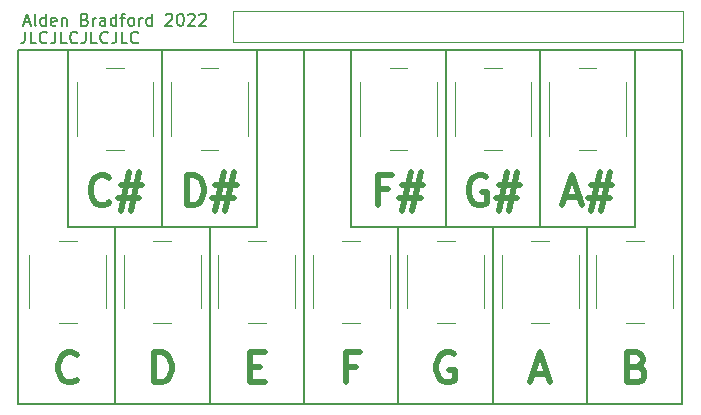
<source format=gbr>
%TF.GenerationSoftware,KiCad,Pcbnew,(6.0.6)*%
%TF.CreationDate,2022-08-01T20:58:33-04:00*%
%TF.ProjectId,piano_keypad,7069616e-6f5f-46b6-9579-7061642e6b69,rev?*%
%TF.SameCoordinates,Original*%
%TF.FileFunction,Legend,Top*%
%TF.FilePolarity,Positive*%
%FSLAX46Y46*%
G04 Gerber Fmt 4.6, Leading zero omitted, Abs format (unit mm)*
G04 Created by KiCad (PCBNEW (6.0.6)) date 2022-08-01 20:58:33*
%MOMM*%
%LPD*%
G01*
G04 APERTURE LIST*
%ADD10C,0.150000*%
%ADD11C,0.508000*%
%ADD12C,0.120000*%
G04 APERTURE END LIST*
D10*
X73100000Y-55840000D02*
X73100000Y-70840000D01*
X69100000Y-40840000D02*
X61100000Y-40840000D01*
X61100000Y-40840000D02*
X61100000Y-55840000D01*
X61100000Y-55840000D02*
X69100000Y-55840000D01*
X69100000Y-55840000D02*
X69100000Y-40840000D01*
X61100000Y-40840000D02*
X57100000Y-40840000D01*
X65100000Y-70840000D02*
X65100000Y-55840000D01*
X77100000Y-40840000D02*
X69100000Y-40840000D01*
X69100000Y-40840000D02*
X69100000Y-55840000D01*
X69100000Y-55840000D02*
X77100000Y-55840000D01*
X77100000Y-55840000D02*
X77100000Y-40840000D01*
X105100000Y-55840000D02*
X105100000Y-70840000D01*
X93100000Y-40840000D02*
X101100000Y-40840000D01*
X101100000Y-40840000D02*
X101100000Y-55840000D01*
X101100000Y-55840000D02*
X93100000Y-55840000D01*
X93100000Y-55840000D02*
X93100000Y-40840000D01*
X85100000Y-40840000D02*
X93100000Y-40840000D01*
X93100000Y-40840000D02*
X93100000Y-55840000D01*
X93100000Y-55840000D02*
X85100000Y-55840000D01*
X85100000Y-55840000D02*
X85100000Y-40840000D01*
X89100000Y-55840000D02*
X89100000Y-70840000D01*
X81100000Y-40840000D02*
X81100000Y-70840000D01*
X56850000Y-40840000D02*
X113100000Y-40840000D01*
X113100000Y-40840000D02*
X113100000Y-70840000D01*
X113100000Y-70840000D02*
X56850000Y-70840000D01*
X56850000Y-70840000D02*
X56850000Y-40840000D01*
X101100000Y-40840000D02*
X109100000Y-40840000D01*
X109100000Y-40840000D02*
X109100000Y-55840000D01*
X109100000Y-55840000D02*
X101100000Y-55840000D01*
X101100000Y-55840000D02*
X101100000Y-40840000D01*
X97100000Y-55840000D02*
X97100000Y-70840000D01*
D11*
X76555714Y-67658571D02*
X77402380Y-67658571D01*
X77765238Y-68989047D02*
X76555714Y-68989047D01*
X76555714Y-66449047D01*
X77765238Y-66449047D01*
X103225238Y-53263333D02*
X104434761Y-53263333D01*
X102983333Y-53989047D02*
X103830000Y-51449047D01*
X104676666Y-53989047D01*
X105402380Y-52295714D02*
X107216666Y-52295714D01*
X106128095Y-51207142D02*
X105402380Y-54472857D01*
X106974761Y-53384285D02*
X105160476Y-53384285D01*
X106249047Y-54472857D02*
X106974761Y-51207142D01*
X100495238Y-68263333D02*
X101704761Y-68263333D01*
X100253333Y-68989047D02*
X101100000Y-66449047D01*
X101946666Y-68989047D01*
X61886190Y-68747142D02*
X61765238Y-68868095D01*
X61402380Y-68989047D01*
X61160476Y-68989047D01*
X60797619Y-68868095D01*
X60555714Y-68626190D01*
X60434761Y-68384285D01*
X60313809Y-67900476D01*
X60313809Y-67537619D01*
X60434761Y-67053809D01*
X60555714Y-66811904D01*
X60797619Y-66570000D01*
X61160476Y-66449047D01*
X61402380Y-66449047D01*
X61765238Y-66570000D01*
X61886190Y-66690952D01*
X71164761Y-53989047D02*
X71164761Y-51449047D01*
X71769523Y-51449047D01*
X72132380Y-51570000D01*
X72374285Y-51811904D01*
X72495238Y-52053809D01*
X72616190Y-52537619D01*
X72616190Y-52900476D01*
X72495238Y-53384285D01*
X72374285Y-53626190D01*
X72132380Y-53868095D01*
X71769523Y-53989047D01*
X71164761Y-53989047D01*
X73583809Y-52295714D02*
X75398095Y-52295714D01*
X74309523Y-51207142D02*
X73583809Y-54472857D01*
X75156190Y-53384285D02*
X73341904Y-53384285D01*
X74430476Y-54472857D02*
X75156190Y-51207142D01*
X88192857Y-52658571D02*
X87346190Y-52658571D01*
X87346190Y-53989047D02*
X87346190Y-51449047D01*
X88555714Y-51449047D01*
X89402380Y-52295714D02*
X91216666Y-52295714D01*
X90128095Y-51207142D02*
X89402380Y-54472857D01*
X90974761Y-53384285D02*
X89160476Y-53384285D01*
X90249047Y-54472857D02*
X90974761Y-51207142D01*
X96495226Y-51570000D02*
X96253321Y-51449047D01*
X95890464Y-51449047D01*
X95527607Y-51570000D01*
X95285702Y-51811904D01*
X95164749Y-52053809D01*
X95043797Y-52537619D01*
X95043797Y-52900476D01*
X95164749Y-53384285D01*
X95285702Y-53626190D01*
X95527607Y-53868095D01*
X95890464Y-53989047D01*
X96132368Y-53989047D01*
X96495226Y-53868095D01*
X96616178Y-53747142D01*
X96616178Y-52900476D01*
X96132368Y-52900476D01*
X97583797Y-52295714D02*
X99398083Y-52295714D01*
X98309511Y-51207142D02*
X97583797Y-54472857D01*
X99156178Y-53384285D02*
X97341892Y-53384285D01*
X98430464Y-54472857D02*
X99156178Y-51207142D01*
D10*
X57480952Y-39292380D02*
X57480952Y-40006666D01*
X57433333Y-40149523D01*
X57338095Y-40244761D01*
X57195238Y-40292380D01*
X57100000Y-40292380D01*
X58433333Y-40292380D02*
X57957142Y-40292380D01*
X57957142Y-39292380D01*
X59338095Y-40197142D02*
X59290476Y-40244761D01*
X59147619Y-40292380D01*
X59052380Y-40292380D01*
X58909523Y-40244761D01*
X58814285Y-40149523D01*
X58766666Y-40054285D01*
X58719047Y-39863809D01*
X58719047Y-39720952D01*
X58766666Y-39530476D01*
X58814285Y-39435238D01*
X58909523Y-39340000D01*
X59052380Y-39292380D01*
X59147619Y-39292380D01*
X59290476Y-39340000D01*
X59338095Y-39387619D01*
X60052380Y-39292380D02*
X60052380Y-40006666D01*
X60004761Y-40149523D01*
X59909523Y-40244761D01*
X59766666Y-40292380D01*
X59671428Y-40292380D01*
X61004761Y-40292380D02*
X60528571Y-40292380D01*
X60528571Y-39292380D01*
X61909523Y-40197142D02*
X61861904Y-40244761D01*
X61719047Y-40292380D01*
X61623809Y-40292380D01*
X61480952Y-40244761D01*
X61385714Y-40149523D01*
X61338095Y-40054285D01*
X61290476Y-39863809D01*
X61290476Y-39720952D01*
X61338095Y-39530476D01*
X61385714Y-39435238D01*
X61480952Y-39340000D01*
X61623809Y-39292380D01*
X61719047Y-39292380D01*
X61861904Y-39340000D01*
X61909523Y-39387619D01*
X62623809Y-39292380D02*
X62623809Y-40006666D01*
X62576190Y-40149523D01*
X62480952Y-40244761D01*
X62338095Y-40292380D01*
X62242857Y-40292380D01*
X63576190Y-40292380D02*
X63100000Y-40292380D01*
X63100000Y-39292380D01*
X64480952Y-40197142D02*
X64433333Y-40244761D01*
X64290476Y-40292380D01*
X64195238Y-40292380D01*
X64052380Y-40244761D01*
X63957142Y-40149523D01*
X63909523Y-40054285D01*
X63861904Y-39863809D01*
X63861904Y-39720952D01*
X63909523Y-39530476D01*
X63957142Y-39435238D01*
X64052380Y-39340000D01*
X64195238Y-39292380D01*
X64290476Y-39292380D01*
X64433333Y-39340000D01*
X64480952Y-39387619D01*
X65195238Y-39292380D02*
X65195238Y-40006666D01*
X65147619Y-40149523D01*
X65052380Y-40244761D01*
X64909523Y-40292380D01*
X64814285Y-40292380D01*
X66147619Y-40292380D02*
X65671428Y-40292380D01*
X65671428Y-39292380D01*
X67052380Y-40197142D02*
X67004761Y-40244761D01*
X66861904Y-40292380D01*
X66766666Y-40292380D01*
X66623809Y-40244761D01*
X66528571Y-40149523D01*
X66480952Y-40054285D01*
X66433333Y-39863809D01*
X66433333Y-39720952D01*
X66480952Y-39530476D01*
X66528571Y-39435238D01*
X66623809Y-39340000D01*
X66766666Y-39292380D01*
X66861904Y-39292380D01*
X67004761Y-39340000D01*
X67052380Y-39387619D01*
D11*
X93765238Y-66570000D02*
X93523333Y-66449047D01*
X93160476Y-66449047D01*
X92797619Y-66570000D01*
X92555714Y-66811904D01*
X92434761Y-67053809D01*
X92313809Y-67537619D01*
X92313809Y-67900476D01*
X92434761Y-68384285D01*
X92555714Y-68626190D01*
X92797619Y-68868095D01*
X93160476Y-68989047D01*
X93402380Y-68989047D01*
X93765238Y-68868095D01*
X93886190Y-68747142D01*
X93886190Y-67900476D01*
X93402380Y-67900476D01*
X68434754Y-68989053D02*
X68434754Y-66449053D01*
X69039516Y-66449053D01*
X69402373Y-66570006D01*
X69644278Y-66811910D01*
X69765231Y-67053815D01*
X69886183Y-67537625D01*
X69886183Y-67900482D01*
X69765231Y-68384291D01*
X69644278Y-68626196D01*
X69402373Y-68868101D01*
X69039516Y-68989053D01*
X68434754Y-68989053D01*
X64616190Y-53747142D02*
X64495238Y-53868095D01*
X64132380Y-53989047D01*
X63890476Y-53989047D01*
X63527619Y-53868095D01*
X63285714Y-53626190D01*
X63164761Y-53384285D01*
X63043809Y-52900476D01*
X63043809Y-52537619D01*
X63164761Y-52053809D01*
X63285714Y-51811904D01*
X63527619Y-51570000D01*
X63890476Y-51449047D01*
X64132380Y-51449047D01*
X64495238Y-51570000D01*
X64616190Y-51690952D01*
X65583809Y-52295714D02*
X67398095Y-52295714D01*
X66309523Y-51207142D02*
X65583809Y-54472857D01*
X67156190Y-53384285D02*
X65341904Y-53384285D01*
X66430476Y-54472857D02*
X67156190Y-51207142D01*
X109281418Y-67658571D02*
X109644275Y-67779523D01*
X109765228Y-67900476D01*
X109886180Y-68142380D01*
X109886180Y-68505238D01*
X109765228Y-68747142D01*
X109644275Y-68868095D01*
X109402370Y-68989047D01*
X108434751Y-68989047D01*
X108434751Y-66449047D01*
X109281418Y-66449047D01*
X109523323Y-66570000D01*
X109644275Y-66690952D01*
X109765228Y-66932857D01*
X109765228Y-67174761D01*
X109644275Y-67416666D01*
X109523323Y-67537619D01*
X109281418Y-67658571D01*
X108434751Y-67658571D01*
D10*
X57385714Y-38506666D02*
X57861904Y-38506666D01*
X57290476Y-38792380D02*
X57623809Y-37792380D01*
X57957142Y-38792380D01*
X58433333Y-38792380D02*
X58338095Y-38744761D01*
X58290476Y-38649523D01*
X58290476Y-37792380D01*
X59242857Y-38792380D02*
X59242857Y-37792380D01*
X59242857Y-38744761D02*
X59147619Y-38792380D01*
X58957142Y-38792380D01*
X58861904Y-38744761D01*
X58814285Y-38697142D01*
X58766666Y-38601904D01*
X58766666Y-38316190D01*
X58814285Y-38220952D01*
X58861904Y-38173333D01*
X58957142Y-38125714D01*
X59147619Y-38125714D01*
X59242857Y-38173333D01*
X60100000Y-38744761D02*
X60004761Y-38792380D01*
X59814285Y-38792380D01*
X59719047Y-38744761D01*
X59671428Y-38649523D01*
X59671428Y-38268571D01*
X59719047Y-38173333D01*
X59814285Y-38125714D01*
X60004761Y-38125714D01*
X60100000Y-38173333D01*
X60147619Y-38268571D01*
X60147619Y-38363809D01*
X59671428Y-38459047D01*
X60576190Y-38125714D02*
X60576190Y-38792380D01*
X60576190Y-38220952D02*
X60623809Y-38173333D01*
X60719047Y-38125714D01*
X60861904Y-38125714D01*
X60957142Y-38173333D01*
X61004761Y-38268571D01*
X61004761Y-38792380D01*
X62576190Y-38268571D02*
X62719047Y-38316190D01*
X62766666Y-38363809D01*
X62814285Y-38459047D01*
X62814285Y-38601904D01*
X62766666Y-38697142D01*
X62719047Y-38744761D01*
X62623809Y-38792380D01*
X62242857Y-38792380D01*
X62242857Y-37792380D01*
X62576190Y-37792380D01*
X62671428Y-37840000D01*
X62719047Y-37887619D01*
X62766666Y-37982857D01*
X62766666Y-38078095D01*
X62719047Y-38173333D01*
X62671428Y-38220952D01*
X62576190Y-38268571D01*
X62242857Y-38268571D01*
X63242857Y-38792380D02*
X63242857Y-38125714D01*
X63242857Y-38316190D02*
X63290476Y-38220952D01*
X63338095Y-38173333D01*
X63433333Y-38125714D01*
X63528571Y-38125714D01*
X64290476Y-38792380D02*
X64290476Y-38268571D01*
X64242857Y-38173333D01*
X64147619Y-38125714D01*
X63957142Y-38125714D01*
X63861904Y-38173333D01*
X64290476Y-38744761D02*
X64195238Y-38792380D01*
X63957142Y-38792380D01*
X63861904Y-38744761D01*
X63814285Y-38649523D01*
X63814285Y-38554285D01*
X63861904Y-38459047D01*
X63957142Y-38411428D01*
X64195238Y-38411428D01*
X64290476Y-38363809D01*
X65195238Y-38792380D02*
X65195238Y-37792380D01*
X65195238Y-38744761D02*
X65100000Y-38792380D01*
X64909523Y-38792380D01*
X64814285Y-38744761D01*
X64766666Y-38697142D01*
X64719047Y-38601904D01*
X64719047Y-38316190D01*
X64766666Y-38220952D01*
X64814285Y-38173333D01*
X64909523Y-38125714D01*
X65100000Y-38125714D01*
X65195238Y-38173333D01*
X65528571Y-38125714D02*
X65909523Y-38125714D01*
X65671428Y-38792380D02*
X65671428Y-37935238D01*
X65719047Y-37840000D01*
X65814285Y-37792380D01*
X65909523Y-37792380D01*
X66385714Y-38792380D02*
X66290476Y-38744761D01*
X66242857Y-38697142D01*
X66195238Y-38601904D01*
X66195238Y-38316190D01*
X66242857Y-38220952D01*
X66290476Y-38173333D01*
X66385714Y-38125714D01*
X66528571Y-38125714D01*
X66623809Y-38173333D01*
X66671428Y-38220952D01*
X66719047Y-38316190D01*
X66719047Y-38601904D01*
X66671428Y-38697142D01*
X66623809Y-38744761D01*
X66528571Y-38792380D01*
X66385714Y-38792380D01*
X67147619Y-38792380D02*
X67147619Y-38125714D01*
X67147619Y-38316190D02*
X67195238Y-38220952D01*
X67242857Y-38173333D01*
X67338095Y-38125714D01*
X67433333Y-38125714D01*
X68195238Y-38792380D02*
X68195238Y-37792380D01*
X68195238Y-38744761D02*
X68100000Y-38792380D01*
X67909523Y-38792380D01*
X67814285Y-38744761D01*
X67766666Y-38697142D01*
X67719047Y-38601904D01*
X67719047Y-38316190D01*
X67766666Y-38220952D01*
X67814285Y-38173333D01*
X67909523Y-38125714D01*
X68100000Y-38125714D01*
X68195238Y-38173333D01*
X69385714Y-37887619D02*
X69433333Y-37840000D01*
X69528571Y-37792380D01*
X69766666Y-37792380D01*
X69861904Y-37840000D01*
X69909523Y-37887619D01*
X69957142Y-37982857D01*
X69957142Y-38078095D01*
X69909523Y-38220952D01*
X69338095Y-38792380D01*
X69957142Y-38792380D01*
X70576190Y-37792380D02*
X70671428Y-37792380D01*
X70766666Y-37840000D01*
X70814285Y-37887619D01*
X70861904Y-37982857D01*
X70909523Y-38173333D01*
X70909523Y-38411428D01*
X70861904Y-38601904D01*
X70814285Y-38697142D01*
X70766666Y-38744761D01*
X70671428Y-38792380D01*
X70576190Y-38792380D01*
X70480952Y-38744761D01*
X70433333Y-38697142D01*
X70385714Y-38601904D01*
X70338095Y-38411428D01*
X70338095Y-38173333D01*
X70385714Y-37982857D01*
X70433333Y-37887619D01*
X70480952Y-37840000D01*
X70576190Y-37792380D01*
X71290476Y-37887619D02*
X71338095Y-37840000D01*
X71433333Y-37792380D01*
X71671428Y-37792380D01*
X71766666Y-37840000D01*
X71814285Y-37887619D01*
X71861904Y-37982857D01*
X71861904Y-38078095D01*
X71814285Y-38220952D01*
X71242857Y-38792380D01*
X71861904Y-38792380D01*
X72242857Y-37887619D02*
X72290476Y-37840000D01*
X72385714Y-37792380D01*
X72623809Y-37792380D01*
X72719047Y-37840000D01*
X72766666Y-37887619D01*
X72814285Y-37982857D01*
X72814285Y-38078095D01*
X72766666Y-38220952D01*
X72195238Y-38792380D01*
X72814285Y-38792380D01*
D11*
X85462857Y-67658571D02*
X84616190Y-67658571D01*
X84616190Y-68989047D02*
X84616190Y-66449047D01*
X85825714Y-66449047D01*
D12*
%TO.C,SW3*%
X101850000Y-56980000D02*
X100350000Y-56980000D01*
X100350000Y-63980000D02*
X101850000Y-63980000D01*
X104350000Y-62730000D02*
X104350000Y-58230000D01*
X97850000Y-58230000D02*
X97850000Y-62730000D01*
%TO.C,J1*%
X75055000Y-40170000D02*
X113215000Y-40170000D01*
X75055000Y-40170000D02*
X75055000Y-37510000D01*
X113215000Y-40170000D02*
X113215000Y-37510000D01*
X75055000Y-37510000D02*
X113215000Y-37510000D01*
%TO.C,SW1*%
X112350000Y-62730000D02*
X112350000Y-58230000D01*
X105850000Y-58230000D02*
X105850000Y-62730000D01*
X108350000Y-63980000D02*
X109850000Y-63980000D01*
X109850000Y-56980000D02*
X108350000Y-56980000D01*
%TO.C,SW2*%
X108350000Y-48090000D02*
X108350000Y-43590000D01*
X104350000Y-49340000D02*
X105850000Y-49340000D01*
X101850000Y-43590000D02*
X101850000Y-48090000D01*
X105850000Y-42340000D02*
X104350000Y-42340000D01*
%TO.C,SW8*%
X73850000Y-58230000D02*
X73850000Y-62730000D01*
X77850000Y-56980000D02*
X76350000Y-56980000D01*
X76350000Y-63980000D02*
X77850000Y-63980000D01*
X80350000Y-62730000D02*
X80350000Y-58230000D01*
%TO.C,SW9*%
X72350000Y-49340000D02*
X73850000Y-49340000D01*
X73850000Y-42340000D02*
X72350000Y-42340000D01*
X69850000Y-43590000D02*
X69850000Y-48090000D01*
X76350000Y-48090000D02*
X76350000Y-43590000D01*
%TO.C,SW12*%
X61850000Y-56980000D02*
X60350000Y-56980000D01*
X60350000Y-63980000D02*
X61850000Y-63980000D01*
X57850000Y-58230000D02*
X57850000Y-62730000D01*
X64350000Y-62730000D02*
X64350000Y-58230000D01*
%TO.C,SW5*%
X89850000Y-58230000D02*
X89850000Y-62730000D01*
X92350000Y-63980000D02*
X93850000Y-63980000D01*
X93850000Y-56980000D02*
X92350000Y-56980000D01*
X96350000Y-62730000D02*
X96350000Y-58230000D01*
%TO.C,SW6*%
X88350000Y-49340000D02*
X89850000Y-49340000D01*
X89850000Y-42340000D02*
X88350000Y-42340000D01*
X85850000Y-43590000D02*
X85850000Y-48090000D01*
X92350000Y-48090000D02*
X92350000Y-43590000D01*
%TO.C,SW11*%
X68350000Y-48090000D02*
X68350000Y-43590000D01*
X64350000Y-49340000D02*
X65850000Y-49340000D01*
X65850000Y-42340000D02*
X64350000Y-42340000D01*
X61850000Y-43590000D02*
X61850000Y-48090000D01*
%TO.C,SW7*%
X88350000Y-62730000D02*
X88350000Y-58230000D01*
X81850000Y-58230000D02*
X81850000Y-62730000D01*
X84350000Y-63980000D02*
X85850000Y-63980000D01*
X85850000Y-56980000D02*
X84350000Y-56980000D01*
%TO.C,SW4*%
X96350000Y-49340000D02*
X97850000Y-49340000D01*
X100350000Y-48090000D02*
X100350000Y-43590000D01*
X93850000Y-43590000D02*
X93850000Y-48090000D01*
X97850000Y-42340000D02*
X96350000Y-42340000D01*
%TO.C,SW10*%
X65850000Y-58230000D02*
X65850000Y-62730000D01*
X72350000Y-62730000D02*
X72350000Y-58230000D01*
X69850000Y-56980000D02*
X68350000Y-56980000D01*
X68350000Y-63980000D02*
X69850000Y-63980000D01*
%TD*%
M02*

</source>
